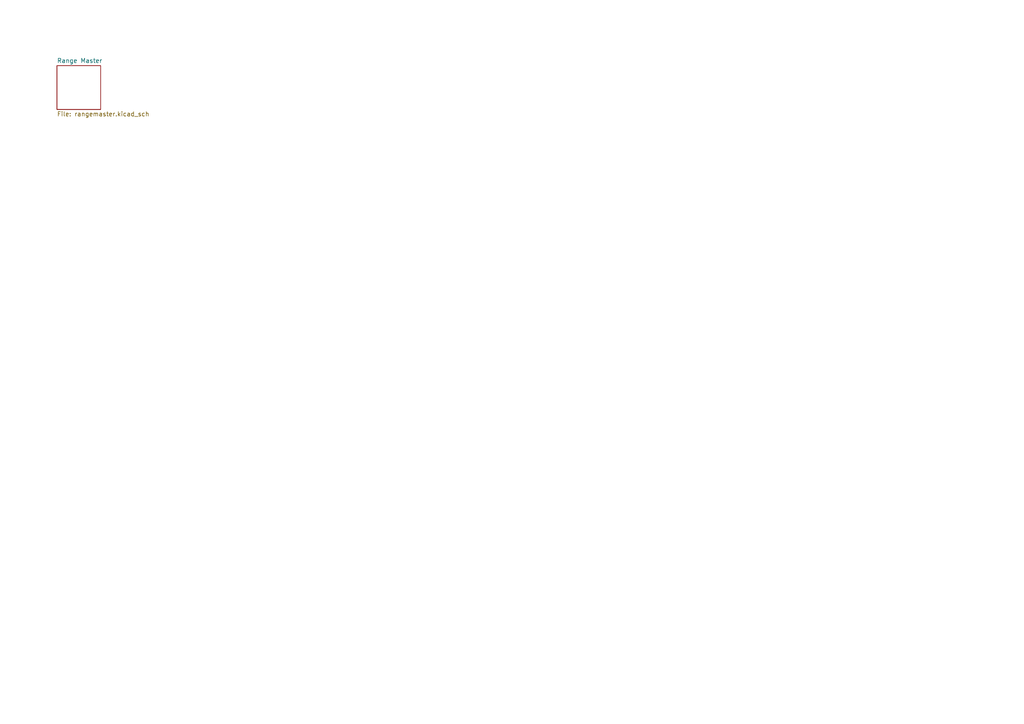
<source format=kicad_sch>
(kicad_sch (version 20211123) (generator eeschema)
  (paper "A4")
  (lib_symbols)
  (sheet (at 16.51 19.05) (size 12.7 12.7)
    (property "Sheet name" "Range Master" (at 16.51 18.3384 0) (effects (justify left bottom)))
    (property "Sheet file" "rangemaster.kicad_sch" (at 16.51 32.3346 0) (effects (justify left top)))
  )
)
</source>
